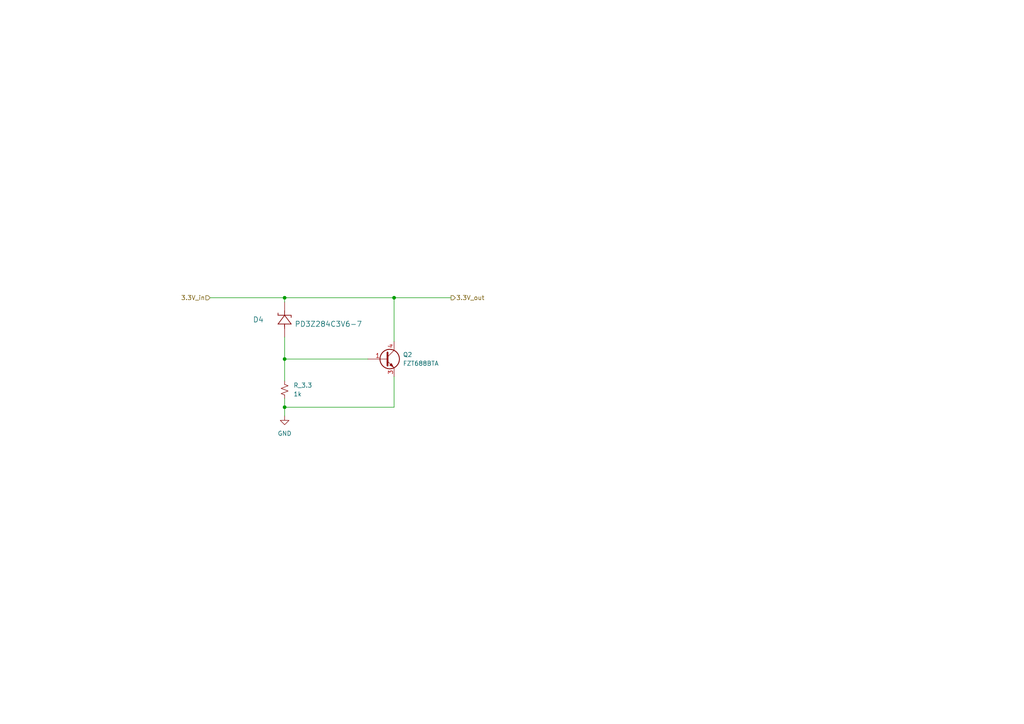
<source format=kicad_sch>
(kicad_sch (version 20211123) (generator eeschema)
  (paper "A4")
  (title_block (title "OVP"))
  (lib_symbols
    (symbol "2022-03-01_22-23-00:PD3Z284C3V6-7" (pin_numbers hide) (pin_names hide)
      (property "Reference" "D" (at 5.08 4.445 0))
      (property "Value" "PD3Z284C3V6-7" (at 5.08 -7.62 0))
      (symbol "PD3Z284C3V6-7_1_1"
        (polyline (pts (xy 2.54 0) (xy 3.4798 0)) (stroke (width 0.2032)))
        (polyline (pts (xy 3.175 0) (xy 3.81 0)) (stroke (width 0.2032)))
        (polyline (pts (xy 3.81 -1.905) (xy 6.35 0)) (stroke (width 0.2032)))
        (polyline (pts (xy 3.81 1.905) (xy 3.81 -1.905)) (stroke (width 0.2032)))
        (polyline (pts (xy 6.35 -1.905) (xy 5.715 -1.905)) (stroke (width 0.2032)))
        (polyline (pts (xy 6.35 -1.905) (xy 6.35 1.905)) (stroke (width 0.2032)))
        (polyline (pts (xy 6.35 0) (xy 3.81 1.905)) (stroke (width 0.2032)))
        (polyline (pts (xy 6.35 0) (xy 7.62 0)) (stroke (width 0.2032)))
        (polyline (pts (xy 6.35 1.905) (xy 6.985 1.905)) (stroke (width 0.2032)))
        (pin unspecified line (at 10.16 0 180) (length 2.54) (name "1") (number "1"))
        (pin unspecified line (at 0 0 0) (length 2.54) (name "2") (number "2"))
      )
    )
    (symbol "Device:R_Small_US" (pin_numbers hide) (pin_names (offset 0.254) hide)
      (property "Reference" "R" (at 0.762 0.508 0))
      (property "Value" "R_Small_US" (at 0.762 -1.016 0))
      (symbol "R_Small_US_1_1"
        (polyline (pts (xy 0 0) (xy 1.016 -0.381) (xy 0 -0.762) (xy -1.016 -1.143) (xy 0 -1.524)))
        (polyline (pts (xy 0 1.524) (xy 1.016 1.143) (xy 0 0.762) (xy -1.016 0.381) (xy 0 0)))
        (pin passive line (at 0 2.54 270) (length 1.016) (name "~") (number "1"))
        (pin passive line (at 0 -2.54 90) (length 1.016) (name "~") (number "2"))
      )
    )
    (symbol "Transistor_BJT:2N2219" (pin_names (offset 0) hide)
      (property "Reference" "Q2" (at 5.08 1.2701 0))
      (property "Value" "FZT688BTA" (at 5.08 -1.2699 0))
      (symbol "2N2219_0_1"
        (polyline (pts (xy 0.635 0.635) (xy 2.54 2.54)))
        (polyline (pts (xy 0.635 -0.635) (xy 2.54 -2.54) (xy 2.54 -2.54)))
        (polyline (pts (xy 0.635 1.905) (xy 0.635 -1.905) (xy 0.635 -1.905)) (stroke (width 0.508)))
        (polyline (pts (xy 1.27 -1.778) (xy 1.778 -1.27) (xy 2.286 -2.286) (xy 1.27 -1.778) (xy 1.27 -1.778)) (fill (type outline)))
        (circle (center 1.27 0) (radius 2.8194) (stroke (width 0.254)))
      )
      (symbol "2N2219_1_1"
        (pin passive line (at -5.08 0 0) (length 5.715) (name "B") (number "1"))
        (pin passive line (at 2.54 -5.08 90) (length 2.54) (name "E") (number "3"))
        (pin passive line (at 2.54 5.08 270) (length 2.54) (name "C") (number "4"))
      )
    )
    (symbol "power:GND" (power) (pin_names (offset 0))
      (property "Value" "GND" (at 0 -3.81 0))
      (symbol "GND_0_1"
        (polyline (pts (xy 0 0) (xy 0 -1.27) (xy 1.27 -1.27) (xy 0 -2.54) (xy -1.27 -1.27) (xy 0 -1.27)))
      )
      (symbol "GND_1_1"
        (pin power_in line (at 0 0 270) (length 0) hide (name "GND") (number "1"))
      )
    )
  )
  (junction (at 82.55 104.14))
  (junction (at 82.55 118.11))
  (junction (at 82.55 86.36))
  (junction (at 114.3 86.36))
  (wire (pts (xy 60.96 86.36) (xy 82.55 86.36)))
  (wire (pts (xy 114.3 86.36) (xy 130.81 86.36)))
  (wire (pts (xy 114.3 118.11) (xy 82.55 118.11)))
  (wire (pts (xy 82.55 104.14) (xy 82.55 110.49)))
  (wire (pts (xy 82.55 104.14) (xy 106.68 104.14)))
  (wire (pts (xy 114.3 109.22) (xy 114.3 118.11)))
  (wire (pts (xy 114.3 86.36) (xy 114.3 99.06)))
  (wire (pts (xy 82.55 97.79) (xy 82.55 104.14)))
  (wire (pts (xy 82.55 118.11) (xy 82.55 115.57)))
  (wire (pts (xy 82.55 118.11) (xy 82.55 120.65)))
  (wire (pts (xy 82.55 86.36) (xy 114.3 86.36)))
  (wire (pts (xy 82.55 86.36) (xy 82.55 87.63)))
  (hierarchical_label "3.3V_out" (shape output) (at 130.81 86.36 0))
  (hierarchical_label "3.3V_in" (shape input) (at 60.96 86.36 180))
  (symbol (lib_id "power:GND") (at 82.55 120.65 0) (unit 1)
    (property "Reference" "#PWR029" (effects hide))
    (property "Value" "GND" (at 82.55 125.73 0))
  )
  (symbol (lib_id "Device:R_Small_US") (at 82.55 113.03 0) (unit 1)
    (property "Reference" "R_3.3" (at 85.09 111.7599 0) (effects (justify left)))
    (property "Value" "1k" (at 85.09 114.2999 0) (effects (justify left)))
    (property "Footprint" "Resistor_SMD:R_0603_1608Metric" (effects hide))
  )
  (symbol (lib_id "2022-03-01_22-23-00:PD3Z284C3V6-7") (at 82.55 97.79 90) (unit 1)
    (property "Reference" "D4" (at 74.93 92.71 90) (effects (font (size 1.524 1.524))))
    (property "Value" "PD3Z284C3V6-7" (at 95.25 93.98 90) (effects (font (size 1.524 1.524))))
    (property "Footprint" "zener_ovp:PD3Z284C3V6-7" (effects hide))
  )
  (symbol (lib_id "Transistor_BJT:2N2219") (at 111.76 104.14 0) (unit 1)
    (property "Reference" "Q2" (at 116.84 102.8699 0) (effects (justify left)))
    (property "Value" "FZT688BTA" (at 116.84 105.4099 0) (effects (justify left)))
    (property "Footprint" "fzt688bta_footprint:SOT230P700X180-4N" (effects hide))
    (property "Datasheet" "http://www.onsemi.com/pub_link/Collateral/2N2219-D.PDF" (effects hide))
  )
)
</source>
